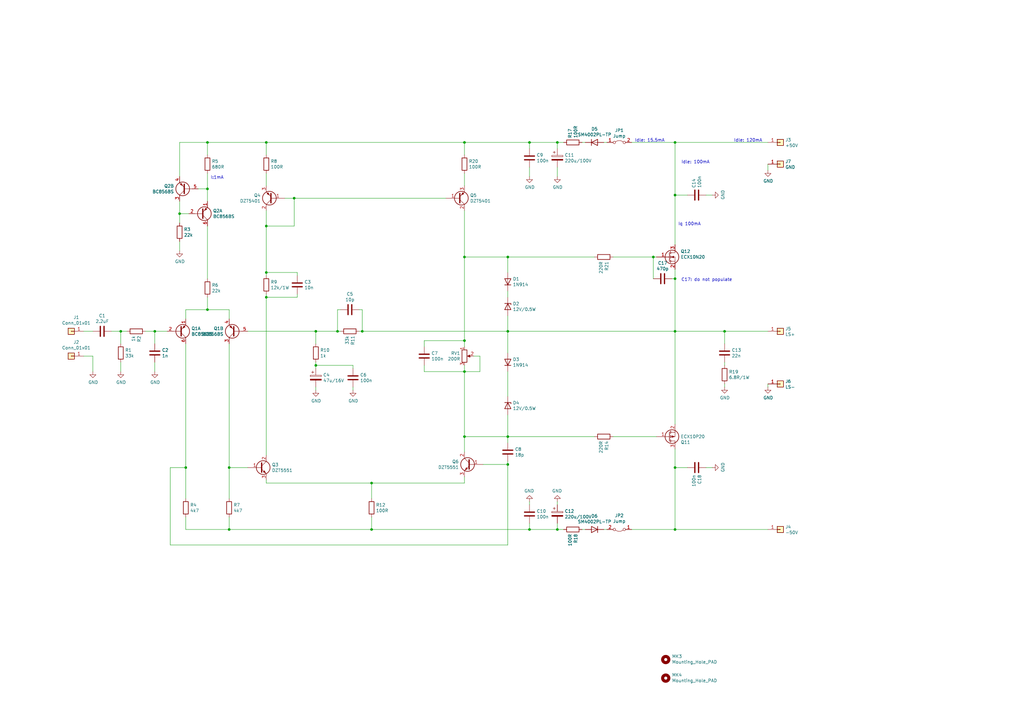
<source format=kicad_sch>
(kicad_sch (version 20211123) (generator eeschema)
  (paper "A3")
  (title_block (title "Lateral MOS FET 80W") (date "2022-01-03") (rev "V2"))
  (lib_symbols
    (symbol "Connector_Generic:Conn_01x01" (pin_names (offset 1.016) hide)
      (property "Reference" "J" (at 0 2.54 0))
      (property "Value" "Conn_01x01" (at 0 -2.54 0))
      (symbol "Conn_01x01_1_1"
        (rectangle (start -1.27 0.127) (end 0 -0.127) (stroke (width 0.1524)))
        (rectangle (start -1.27 1.27) (end 1.27 -1.27) (stroke (width 0.254)) (fill (type background)))
        (pin passive line (at -5.08 0 0) (length 3.81) (name "Pin_1") (number "1"))
      )
    )
    (symbol "Device:C" (pin_numbers hide) (pin_names (offset 0.254))
      (property "Reference" "C" (at 0.635 2.54 0))
      (property "Value" "C" (at 0.635 -2.54 0))
      (symbol "C_0_1"
        (polyline (pts (xy -2.032 -0.762) (xy 2.032 -0.762)) (stroke (width 0.508)))
        (polyline (pts (xy -2.032 0.762) (xy 2.032 0.762)) (stroke (width 0.508)))
      )
      (symbol "C_1_1"
        (pin passive line (at 0 3.81 270) (length 2.794) (name "~") (number "1"))
        (pin passive line (at 0 -3.81 90) (length 2.794) (name "~") (number "2"))
      )
    )
    (symbol "Device:CP" (pin_numbers hide) (pin_names (offset 0.254))
      (property "Reference" "C" (at 0.635 2.54 0))
      (property "Value" "Device_CP" (at 0.635 -2.54 0))
      (symbol "CP_0_1"
        (rectangle (start -2.286 0.508) (end 2.286 1.016))
        (polyline (pts (xy -1.778 2.286) (xy -0.762 2.286)))
        (polyline (pts (xy -1.27 2.794) (xy -1.27 1.778)))
        (rectangle (start 2.286 -0.508) (end -2.286 -1.016) (fill (type outline)))
      )
      (symbol "CP_1_1"
        (pin passive line (at 0 3.81 270) (length 2.794) (name "~") (number "1"))
        (pin passive line (at 0 -3.81 90) (length 2.794) (name "~") (number "2"))
      )
    )
    (symbol "Device:R" (pin_numbers hide) (pin_names (offset 0))
      (property "Reference" "R" (at 2.032 0 90))
      (property "Value" "R" (at 0 0 90))
      (symbol "R_0_1"
        (rectangle (start -1.016 -2.54) (end 1.016 2.54) (stroke (width 0.254)))
      )
      (symbol "R_1_1"
        (pin passive line (at 0 3.81 270) (length 1.27) (name "~") (number "1"))
        (pin passive line (at 0 -3.81 90) (length 1.27) (name "~") (number "2"))
      )
    )
    (symbol "Device:R_POT" (pin_names (offset 1.016) hide)
      (property "Reference" "RV" (at -4.445 0 90))
      (property "Value" "Device_R_POT" (at -2.54 0 90))
      (symbol "R_POT_0_1"
        (polyline (pts (xy 2.54 0) (xy 1.524 0)))
        (polyline (pts (xy 1.143 0) (xy 2.286 0.508) (xy 2.286 -0.508) (xy 1.143 0)) (fill (type outline)))
        (rectangle (start 1.016 2.54) (end -1.016 -2.54) (stroke (width 0.254)))
      )
      (symbol "R_POT_1_1"
        (pin passive line (at 0 3.81 270) (length 1.27) (name "1") (number "1"))
        (pin passive line (at 3.81 0 180) (length 1.27) (name "2") (number "2"))
        (pin passive line (at 0 -3.81 90) (length 1.27) (name "3") (number "3"))
      )
    )
    (symbol "Diode:1N4002" (pin_numbers hide) (pin_names (offset 1.016) hide)
      (property "Reference" "D" (at 0 2.54 0))
      (property "Value" "1N4002" (at 0 -2.54 0))
      (symbol "1N4002_0_1"
        (polyline (pts (xy -1.27 1.27) (xy -1.27 -1.27)) (stroke (width 0.254)))
        (polyline (pts (xy 1.27 0) (xy -1.27 0)))
        (polyline (pts (xy 1.27 1.27) (xy 1.27 -1.27) (xy -1.27 0) (xy 1.27 1.27)) (stroke (width 0.254)))
      )
      (symbol "1N4002_1_1"
        (pin passive line (at -3.81 0 0) (length 2.54) (name "K") (number "1"))
        (pin passive line (at 3.81 0 180) (length 2.54) (name "A") (number "2"))
      )
    )
    (symbol "Diode:1N4148" (pin_numbers hide) (pin_names (offset 1.016) hide)
      (property "Reference" "D" (at 0 2.54 0))
      (property "Value" "1N4148" (at 0 -2.54 0))
      (symbol "1N4148_0_1"
        (polyline (pts (xy -1.27 1.27) (xy -1.27 -1.27)) (stroke (width 0.254)))
        (polyline (pts (xy 1.27 0) (xy -1.27 0)))
        (polyline (pts (xy 1.27 1.27) (xy 1.27 -1.27) (xy -1.27 0) (xy 1.27 1.27)) (stroke (width 0.254)))
      )
      (symbol "1N4148_1_1"
        (pin passive line (at -3.81 0 0) (length 2.54) (name "K") (number "1"))
        (pin passive line (at 3.81 0 180) (length 2.54) (name "A") (number "2"))
      )
    )
    (symbol "Diode:ZPDxx" (pin_numbers hide) (pin_names (offset 1.016) hide)
      (property "Reference" "D" (at 0 2.54 0))
      (property "Value" "ZPDxx" (at 0 -2.54 0))
      (symbol "ZPDxx_0_1"
        (polyline (pts (xy 1.27 0) (xy -1.27 0)))
        (polyline (pts (xy -1.27 -1.27) (xy -1.27 1.27) (xy -0.762 1.27)) (stroke (width 0.254)))
        (polyline (pts (xy 1.27 -1.27) (xy 1.27 1.27) (xy -1.27 0) (xy 1.27 -1.27)) (stroke (width 0.254)))
      )
      (symbol "ZPDxx_1_1"
        (pin passive line (at -3.81 0 0) (length 2.54) (name "K") (number "1"))
        (pin passive line (at 3.81 0 180) (length 2.54) (name "A") (number "2"))
      )
    )
    (symbol "Jumper:Jumper_2_Bridged" (pin_names (offset 0) hide)
      (property "Reference" "JP" (at 0 1.905 0))
      (property "Value" "Jumper_2_Bridged" (at 0 -2.54 0))
      (symbol "Jumper_2_Bridged_0_0"
        (circle (center -2.032 0) (radius 0.508))
        (circle (center 2.032 0) (radius 0.508))
      )
      (symbol "Jumper_2_Bridged_0_1"
        (arc (start 1.524 0.254) (mid 0 0.762) (end -1.524 0.254))
      )
      (symbol "Jumper_2_Bridged_1_1"
        (pin passive line (at -5.08 0 0) (length 2.54) (name "A") (number "1"))
        (pin passive line (at 5.08 0 180) (length 2.54) (name "B") (number "2"))
      )
    )
    (symbol "Mechanical:MountingHole" (pin_names (offset 1.016))
      (property "Reference" "H" (at 0 5.08 0))
      (property "Value" "MountingHole" (at 0 3.175 0))
      (symbol "MountingHole_0_1"
        (circle (center 0 0) (radius 1.27) (stroke (width 1.27)))
      )
    )
    (symbol "Transistor_BJT:BC856BS" (pin_names (offset 0) hide)
      (property "Reference" "Q" (at 5.08 1.27 0))
      (property "Value" "BC856BS" (at 5.08 -1.27 0))
      (symbol "BC856BS_0_1"
        (polyline (pts (xy 0.635 0) (xy -2.54 0)))
        (polyline (pts (xy 0.635 0.635) (xy 2.54 2.54)))
        (polyline (pts (xy 0.635 -0.635) (xy 2.54 -2.54) (xy 2.54 -2.54)))
        (polyline (pts (xy 0.635 1.905) (xy 0.635 -1.905) (xy 0.635 -1.905)) (stroke (width 0.508)))
        (polyline (pts (xy 2.286 -1.778) (xy 1.778 -2.286) (xy 1.27 -1.27) (xy 2.286 -1.778) (xy 2.286 -1.778)) (fill (type outline)))
        (circle (center 1.27 0) (radius 2.8194) (stroke (width 0.254)))
      )
      (symbol "BC856BS_1_1"
        (pin passive line (at 2.54 -5.08 90) (length 2.54) (name "E1") (number "1"))
        (pin input line (at -5.08 0 0) (length 2.54) (name "B1") (number "2"))
        (pin passive line (at 2.54 5.08 270) (length 2.54) (name "C1") (number "6"))
      )
      (symbol "BC856BS_2_1"
        (pin passive line (at 2.54 5.08 270) (length 2.54) (name "C2") (number "3"))
        (pin passive line (at 2.54 -5.08 90) (length 2.54) (name "E2") (number "4"))
        (pin input line (at -5.08 0 0) (length 2.54) (name "B2") (number "5"))
      )
    )
    (symbol "kicad-snk:DZT5401" (pin_names (offset 0) hide)
      (property "Reference" "Q" (at 5.08 1.905 0))
      (property "Value" "kicad-snk_DZT5401" (at 5.08 0 0))
      (symbol "DZT5401_0_1"
        (polyline (pts (xy 0.635 0.635) (xy 2.54 2.54)))
        (polyline (pts (xy 0.635 -0.635) (xy 2.54 -2.54) (xy 2.54 -2.54)))
        (polyline (pts (xy 0.635 1.905) (xy 0.635 -1.905) (xy 0.635 -1.905)) (stroke (width 0.508)))
        (polyline (pts (xy 2.286 -1.778) (xy 1.778 -2.286) (xy 1.27 -1.27) (xy 2.286 -1.778) (xy 2.286 -1.778)) (fill (type outline)))
        (circle (center 1.27 0) (radius 2.8194) (stroke (width 0.254)))
      )
      (symbol "DZT5401_1_1"
        (pin input line (at -5.08 0 0) (length 5.715) (name "B") (number "1"))
        (pin passive line (at 2.54 5.08 270) (length 2.54) (name "C") (number "2"))
        (pin passive line (at 2.54 -5.08 90) (length 2.54) (name "E") (number "3"))
      )
    )
    (symbol "kicad-snk:DZT5551" (pin_names (offset 0) hide)
      (property "Reference" "Q" (at 5.08 1.905 0))
      (property "Value" "kicad-snk_DZT5551" (at 5.08 0 0))
      (symbol "DZT5551_0_1"
        (polyline (pts (xy 0.635 0.635) (xy 2.54 2.54)))
        (polyline (pts (xy 0.635 -0.635) (xy 2.54 -2.54) (xy 2.54 -2.54)))
        (polyline (pts (xy 0.635 1.905) (xy 0.635 -1.905) (xy 0.635 -1.905)) (stroke (width 0.508)))
        (polyline (pts (xy 1.27 -1.778) (xy 1.778 -1.27) (xy 2.286 -2.286) (xy 1.27 -1.778) (xy 1.27 -1.778)) (fill (type outline)))
        (circle (center 1.27 0) (radius 2.8194) (stroke (width 0.254)))
      )
      (symbol "DZT5551_1_1"
        (pin input line (at -5.08 0 0) (length 5.715) (name "B") (number "1"))
        (pin passive line (at 2.54 5.08 270) (length 2.54) (name "C") (number "2"))
        (pin passive line (at 2.54 -5.08 90) (length 2.54) (name "E") (number "3"))
      )
    )
    (symbol "kicad-snk:Q_NMOS_GSD" (pin_names (offset 0) hide)
      (property "Reference" "Q" (at 7.62 1.27 0))
      (property "Value" "kicad-snk_Q_NMOS_GSD" (at 16.51 -1.27 0))
      (symbol "Q_NMOS_GSD_0_1"
        (polyline (pts (xy 0.762 -1.778) (xy 2.54 -1.778)))
        (polyline (pts (xy 0.762 -1.27) (xy 0.762 -2.286)) (stroke (width 0.254)))
        (polyline (pts (xy 0.762 0) (xy 2.54 0)))
        (polyline (pts (xy 0.762 0.508) (xy 0.762 -0.508)) (stroke (width 0.254)))
        (polyline (pts (xy 0.762 1.778) (xy 2.54 1.778)))
        (polyline (pts (xy 0.762 2.286) (xy 0.762 1.27)) (stroke (width 0.254)))
        (polyline (pts (xy 2.54 -1.778) (xy 2.54 -2.54)))
        (polyline (pts (xy 2.54 -1.778) (xy 2.54 0)))
        (polyline (pts (xy 2.54 2.54) (xy 2.54 1.778)))
        (polyline (pts (xy 0.254 1.905) (xy 0.254 -1.905) (xy 0.254 -1.905)) (stroke (width 0.254)))
        (polyline (pts (xy 1.016 0) (xy 2.032 0.381) (xy 2.032 -0.381) (xy 1.016 0)) (fill (type outline)))
        (circle (center 1.27 0) (radius 2.8194) (stroke (width 0.254)))
      )
      (symbol "Q_NMOS_GSD_1_1"
        (pin input line (at -5.08 0 0) (length 5.334) (name "G") (number "1"))
        (pin passive line (at 2.54 -5.08 90) (length 2.54) (name "S") (number "2"))
        (pin passive line (at 2.54 5.08 270) (length 2.54) (name "D") (number "3"))
      )
    )
    (symbol "kicad-snk:Q_PMOS_GSD" (pin_names (offset 0) hide)
      (property "Reference" "Q" (at 7.62 1.27 0))
      (property "Value" "kicad-snk_Q_PMOS_GSD" (at 16.51 -1.27 0))
      (symbol "Q_PMOS_GSD_0_1"
        (polyline (pts (xy 0.762 -1.778) (xy 2.54 -1.778)))
        (polyline (pts (xy 0.762 -1.27) (xy 0.762 -2.286)) (stroke (width 0.254)))
        (polyline (pts (xy 0.762 0) (xy 2.54 0)))
        (polyline (pts (xy 0.762 0.508) (xy 0.762 -0.508)) (stroke (width 0.254)))
        (polyline (pts (xy 0.762 1.778) (xy 2.54 1.778)))
        (polyline (pts (xy 0.762 2.286) (xy 0.762 1.27)) (stroke (width 0.254)))
        (polyline (pts (xy 2.54 -1.778) (xy 2.54 -2.54)))
        (polyline (pts (xy 2.54 -1.778) (xy 2.54 0)))
        (polyline (pts (xy 2.54 2.54) (xy 2.54 1.778)))
        (polyline (pts (xy 0.254 1.905) (xy 0.254 -1.905) (xy 0.254 -1.905)) (stroke (width 0.254)))
        (polyline (pts (xy 2.286 0) (xy 1.27 -0.381) (xy 1.27 0.381) (xy 2.286 0)) (fill (type outline)))
        (circle (center 1.27 0) (radius 2.8194) (stroke (width 0.254)))
      )
      (symbol "Q_PMOS_GSD_1_1"
        (pin input line (at -5.08 0 0) (length 5.334) (name "G") (number "1"))
        (pin passive line (at 2.54 -5.08 90) (length 2.54) (name "D") (number "2"))
        (pin passive line (at 2.54 5.08 270) (length 2.54) (name "S") (number "3"))
      )
    )
    (symbol "power:GND" (power) (pin_names (offset 0))
      (property "Value" "GND" (at 0 -3.81 0))
      (symbol "GND_0_1"
        (polyline (pts (xy 0 0) (xy 0 -1.27) (xy 1.27 -1.27) (xy 0 -2.54) (xy -1.27 -1.27) (xy 0 -1.27)))
      )
      (symbol "GND_1_1"
        (pin power_in line (at 0 0 270) (length 0) hide (name "GND") (number "1"))
      )
    )
  )
  (junction (at 190.5 58.42))
  (junction (at 85.09 77.47))
  (junction (at 208.28 105.41))
  (junction (at 129.54 135.89))
  (junction (at 297.18 135.89))
  (junction (at 267.97 105.41))
  (junction (at 63.5 135.89))
  (junction (at 190.5 139.7))
  (junction (at 190.5 105.41))
  (junction (at 276.86 114.3))
  (junction (at 109.22 92.71))
  (junction (at 85.09 127))
  (junction (at 217.17 217.17))
  (junction (at 49.53 135.89))
  (junction (at 208.28 135.89))
  (junction (at 109.22 111.76))
  (junction (at 190.5 152.4))
  (junction (at 217.17 58.42))
  (junction (at 276.86 191.77))
  (junction (at 228.6 58.42))
  (junction (at 120.65 81.28))
  (junction (at 276.86 58.42))
  (junction (at 152.4 217.17))
  (junction (at 85.09 58.42))
  (junction (at 93.98 191.77))
  (junction (at 138.43 135.89))
  (junction (at 152.4 198.12))
  (junction (at 276.86 135.89))
  (junction (at 148.59 135.89))
  (junction (at 276.86 217.17))
  (junction (at 76.2 191.77))
  (junction (at 190.5 179.07))
  (junction (at 208.28 190.5))
  (junction (at 73.66 87.63))
  (junction (at 109.22 58.42))
  (junction (at 109.22 121.92))
  (junction (at 208.28 179.07))
  (junction (at 129.54 149.86))
  (junction (at 93.98 217.17))
  (junction (at 228.6 217.17))
  (junction (at 276.86 80.01))
  (wire (pts (xy 38.1 146.05) (xy 34.29 146.05)))
  (wire (pts (xy 196.85 152.4) (xy 196.85 146.05)))
  (wire (pts (xy 259.08 217.17) (xy 276.86 217.17)))
  (wire (pts (xy 138.43 127) (xy 138.43 135.89)))
  (wire (pts (xy 144.78 149.86) (xy 129.54 149.86)))
  (wire (pts (xy 109.22 196.85) (xy 109.22 198.12)))
  (wire (pts (xy 276.86 217.17) (xy 276.86 191.77)))
  (wire (pts (xy 208.28 179.07) (xy 190.5 179.07)))
  (wire (pts (xy 139.7 127) (xy 138.43 127)))
  (wire (pts (xy 144.78 151.13) (xy 144.78 149.86)))
  (wire (pts (xy 208.28 111.76) (xy 208.28 105.41)))
  (wire (pts (xy 93.98 140.97) (xy 93.98 191.77)))
  (wire (pts (xy 85.09 121.92) (xy 85.09 127)))
  (wire (pts (xy 217.17 58.42) (xy 217.17 60.96)))
  (wire (pts (xy 34.29 135.89) (xy 38.1 135.89)))
  (wire (pts (xy 208.28 135.89) (xy 208.28 129.54)))
  (wire (pts (xy 217.17 68.58) (xy 217.17 72.39)))
  (wire (pts (xy 281.94 80.01) (xy 276.86 80.01)))
  (wire (pts (xy 121.92 113.03) (xy 121.92 111.76)))
  (wire (pts (xy 281.94 191.77) (xy 276.86 191.77)))
  (wire (pts (xy 85.09 77.47) (xy 85.09 71.12)))
  (wire (pts (xy 68.58 135.89) (xy 63.5 135.89)))
  (wire (pts (xy 228.6 58.42) (xy 228.6 60.96)))
  (wire (pts (xy 276.86 100.33) (xy 276.86 80.01)))
  (wire (pts (xy 69.85 223.52) (xy 208.28 223.52)))
  (wire (pts (xy 129.54 149.86) (xy 129.54 148.59)))
  (wire (pts (xy 190.5 152.4) (xy 196.85 152.4)))
  (wire (pts (xy 276.86 114.3) (xy 276.86 135.89)))
  (wire (pts (xy 190.5 58.42) (xy 109.22 58.42)))
  (wire (pts (xy 69.85 191.77) (xy 69.85 223.52)))
  (wire (pts (xy 93.98 217.17) (xy 152.4 217.17)))
  (wire (pts (xy 240.03 58.42) (xy 238.76 58.42)))
  (wire (pts (xy 63.5 140.97) (xy 63.5 135.89)))
  (wire (pts (xy 251.46 179.07) (xy 269.24 179.07)))
  (wire (pts (xy 190.5 152.4) (xy 190.5 179.07)))
  (wire (pts (xy 109.22 92.71) (xy 109.22 86.36)))
  (wire (pts (xy 152.4 198.12) (xy 190.5 198.12)))
  (wire (pts (xy 81.28 77.47) (xy 85.09 77.47)))
  (wire (pts (xy 120.65 92.71) (xy 120.65 81.28)))
  (wire (pts (xy 109.22 63.5) (xy 109.22 58.42)))
  (wire (pts (xy 247.65 58.42) (xy 248.92 58.42)))
  (wire (pts (xy 76.2 130.81) (xy 76.2 127)))
  (wire (pts (xy 314.96 67.31) (xy 314.96 69.85)))
  (wire (pts (xy 190.5 142.24) (xy 190.5 139.7)))
  (wire (pts (xy 208.28 162.56) (xy 208.28 152.4)))
  (wire (pts (xy 76.2 127) (xy 85.09 127)))
  (wire (pts (xy 85.09 58.42) (xy 73.66 58.42)))
  (wire (pts (xy 276.86 80.01) (xy 276.86 58.42)))
  (wire (pts (xy 190.5 149.86) (xy 190.5 152.4)))
  (wire (pts (xy 190.5 76.2) (xy 190.5 71.12)))
  (wire (pts (xy 76.2 204.47) (xy 76.2 191.77)))
  (wire (pts (xy 109.22 121.92) (xy 109.22 120.65)))
  (wire (pts (xy 121.92 120.65) (xy 121.92 121.92)))
  (wire (pts (xy 217.17 217.17) (xy 152.4 217.17)))
  (wire (pts (xy 276.86 191.77) (xy 276.86 184.15)))
  (wire (pts (xy 208.28 105.41) (xy 243.84 105.41)))
  (wire (pts (xy 297.18 140.97) (xy 297.18 135.89)))
  (wire (pts (xy 63.5 152.4) (xy 63.5 148.59)))
  (wire (pts (xy 49.53 152.4) (xy 49.53 148.59)))
  (wire (pts (xy 85.09 82.55) (xy 85.09 77.47)))
  (wire (pts (xy 297.18 158.75) (xy 297.18 157.48)))
  (wire (pts (xy 129.54 135.89) (xy 101.6 135.89)))
  (wire (pts (xy 190.5 179.07) (xy 190.5 185.42)))
  (wire (pts (xy 109.22 76.2) (xy 109.22 71.12)))
  (wire (pts (xy 173.99 142.24) (xy 173.99 139.7)))
  (wire (pts (xy 267.97 105.41) (xy 251.46 105.41)))
  (wire (pts (xy 292.1 80.01) (xy 289.56 80.01)))
  (wire (pts (xy 228.6 217.17) (xy 217.17 217.17)))
  (wire (pts (xy 148.59 135.89) (xy 148.59 127)))
  (wire (pts (xy 259.08 58.42) (xy 276.86 58.42)))
  (wire (pts (xy 228.6 214.63) (xy 228.6 217.17)))
  (wire (pts (xy 73.66 82.55) (xy 73.66 87.63)))
  (wire (pts (xy 267.97 105.41) (xy 269.24 105.41)))
  (wire (pts (xy 297.18 149.86) (xy 297.18 148.59)))
  (wire (pts (xy 129.54 151.13) (xy 129.54 149.86)))
  (wire (pts (xy 144.78 160.02) (xy 144.78 158.75)))
  (wire (pts (xy 276.86 58.42) (xy 314.96 58.42)))
  (wire (pts (xy 49.53 140.97) (xy 49.53 135.89)))
  (wire (pts (xy 120.65 81.28) (xy 182.88 81.28)))
  (wire (pts (xy 152.4 217.17) (xy 152.4 212.09)))
  (wire (pts (xy 73.66 102.87) (xy 73.66 99.06)))
  (wire (pts (xy 248.92 217.17) (xy 247.65 217.17)))
  (wire (pts (xy 109.22 92.71) (xy 120.65 92.71)))
  (wire (pts (xy 85.09 63.5) (xy 85.09 58.42)))
  (wire (pts (xy 109.22 121.92) (xy 109.22 186.69)))
  (wire (pts (xy 314.96 135.89) (xy 297.18 135.89)))
  (wire (pts (xy 231.14 58.42) (xy 228.6 58.42)))
  (wire (pts (xy 198.12 190.5) (xy 208.28 190.5)))
  (wire (pts (xy 76.2 217.17) (xy 93.98 217.17)))
  (wire (pts (xy 109.22 198.12) (xy 152.4 198.12)))
  (wire (pts (xy 173.99 149.86) (xy 173.99 152.4)))
  (wire (pts (xy 109.22 58.42) (xy 85.09 58.42)))
  (wire (pts (xy 190.5 58.42) (xy 190.5 63.5)))
  (wire (pts (xy 276.86 114.3) (xy 276.86 110.49)))
  (wire (pts (xy 93.98 217.17) (xy 93.98 212.09)))
  (wire (pts (xy 85.09 127) (xy 93.98 127)))
  (wire (pts (xy 109.22 121.92) (xy 121.92 121.92)))
  (wire (pts (xy 267.97 114.3) (xy 267.97 105.41)))
  (wire (pts (xy 228.6 68.58) (xy 228.6 72.39)))
  (wire (pts (xy 73.66 87.63) (xy 73.66 91.44)))
  (wire (pts (xy 297.18 135.89) (xy 276.86 135.89)))
  (wire (pts (xy 45.72 135.89) (xy 49.53 135.89)))
  (wire (pts (xy 190.5 198.12) (xy 190.5 195.58)))
  (wire (pts (xy 109.22 111.76) (xy 121.92 111.76)))
  (wire (pts (xy 109.22 113.03) (xy 109.22 111.76)))
  (wire (pts (xy 217.17 207.01) (xy 217.17 205.74)))
  (wire (pts (xy 129.54 160.02) (xy 129.54 158.75)))
  (wire (pts (xy 208.28 179.07) (xy 208.28 170.18)))
  (wire (pts (xy 63.5 135.89) (xy 59.69 135.89)))
  (wire (pts (xy 292.1 191.77) (xy 289.56 191.77)))
  (wire (pts (xy 190.5 105.41) (xy 190.5 86.36)))
  (wire (pts (xy 148.59 135.89) (xy 208.28 135.89)))
  (wire (pts (xy 173.99 152.4) (xy 190.5 152.4)))
  (wire (pts (xy 116.84 81.28) (xy 120.65 81.28)))
  (wire (pts (xy 76.2 212.09) (xy 76.2 217.17)))
  (wire (pts (xy 194.31 146.05) (xy 196.85 146.05)))
  (wire (pts (xy 190.5 139.7) (xy 190.5 105.41)))
  (wire (pts (xy 93.98 127) (xy 93.98 130.81)))
  (wire (pts (xy 93.98 204.47) (xy 93.98 191.77)))
  (wire (pts (xy 208.28 190.5) (xy 208.28 189.23)))
  (wire (pts (xy 240.03 217.17) (xy 238.76 217.17)))
  (wire (pts (xy 276.86 217.17) (xy 314.96 217.17)))
  (wire (pts (xy 228.6 205.74) (xy 228.6 207.01)))
  (wire (pts (xy 73.66 58.42) (xy 73.66 72.39)))
  (wire (pts (xy 190.5 105.41) (xy 208.28 105.41)))
  (wire (pts (xy 77.47 87.63) (xy 73.66 87.63)))
  (wire (pts (xy 52.07 135.89) (xy 49.53 135.89)))
  (wire (pts (xy 38.1 152.4) (xy 38.1 146.05)))
  (wire (pts (xy 109.22 111.76) (xy 109.22 92.71)))
  (wire (pts (xy 138.43 135.89) (xy 129.54 135.89)))
  (wire (pts (xy 147.32 135.89) (xy 148.59 135.89)))
  (wire (pts (xy 208.28 144.78) (xy 208.28 135.89)))
  (wire (pts (xy 139.7 135.89) (xy 138.43 135.89)))
  (wire (pts (xy 76.2 140.97) (xy 76.2 191.77)))
  (wire (pts (xy 148.59 127) (xy 147.32 127)))
  (wire (pts (xy 76.2 191.77) (xy 69.85 191.77)))
  (wire (pts (xy 173.99 139.7) (xy 190.5 139.7)))
  (wire (pts (xy 275.59 114.3) (xy 276.86 114.3)))
  (wire (pts (xy 217.17 214.63) (xy 217.17 217.17)))
  (wire (pts (xy 217.17 58.42) (xy 190.5 58.42)))
  (wire (pts (xy 208.28 135.89) (xy 276.86 135.89)))
  (wire (pts (xy 208.28 121.92) (xy 208.28 119.38)))
  (wire (pts (xy 208.28 179.07) (xy 243.84 179.07)))
  (wire (pts (xy 129.54 140.97) (xy 129.54 135.89)))
  (wire (pts (xy 228.6 58.42) (xy 217.17 58.42)))
  (wire (pts (xy 208.28 223.52) (xy 208.28 190.5)))
  (wire (pts (xy 152.4 204.47) (xy 152.4 198.12)))
  (wire (pts (xy 231.14 217.17) (xy 228.6 217.17)))
  (wire (pts (xy 208.28 181.61) (xy 208.28 179.07)))
  (wire (pts (xy 276.86 135.89) (xy 276.86 173.99)))
  (wire (pts (xy 85.09 114.3) (xy 85.09 92.71)))
  (wire (pts (xy 314.96 158.75) (xy 314.96 157.48)))
  (wire (pts (xy 101.6 191.77) (xy 93.98 191.77)))
  (text "Idle: 100mA" (at 279.4 67.31 0) (effects (font (size 1.27 1.27)) (justify left bottom)))
  (text "Iq 100mA" (at 278.13 92.71 0) (effects (font (size 1.27 1.27)) (justify left bottom)))
  (text "Idle: 15.5mA" (at 260.35 58.42 0) (effects (font (size 1.27 1.27)) (justify left bottom)))
  (text "C17: do not populate" (at 279.4 115.57 0) (effects (font (size 1.27 1.27)) (justify left bottom)))
  (text "Idle: 120mA" (at 300.99 58.42 0) (effects (font (size 1.27 1.27)) (justify left bottom)))
  (text "I:1mA" (at 86.36 73.66 0) (effects (font (size 1.27 1.27)) (justify left bottom)))
  (symbol (lib_id "Device:R") (at 55.88 135.89 270) (unit 1)
    (property "Reference" "R2" (at 57.0484 137.668 0) (effects (justify left)))
    (property "Value" "1k" (at 54.737 137.668 0) (effects (justify left)))
    (property "Footprint" "Resistor_SMD:R_0805_2012Metric_Pad1.20x1.40mm_HandSolder" (effects hide))
  )
  (symbol (lib_id "Device:C") (at 63.5 144.78 0) (unit 1)
    (property "Reference" "C2" (at 66.421 143.6116 0) (effects (justify left)))
    (property "Value" "1n" (at 66.421 145.923 0) (effects (justify left)))
    (property "Footprint" "Capacitor_THT:C_Rect_L7.2mm_W2.5mm_P5.00mm_FKS2_FKP2_MKS2_MKP2" (effects hide))
  )
  (symbol (lib_id "Device:C") (at 41.91 135.89 270) (unit 1)
    (property "Reference" "C1" (at 41.91 129.4892 90))
    (property "Value" "2.2uF" (at 41.91 131.8006 90))
    (property "Footprint" "Capacitor_THT:C_Rect_L7.2mm_W7.2mm_P5.00mm_FKS2_FKP2_MKS2_MKP2" (effects hide))
  )
  (symbol (lib_id "power:GND") (at 49.53 152.4 0) (unit 1)
    (property "Reference" "#PWR0101" (effects hide))
    (property "Value" "GND" (at 49.657 156.7942 0))
  )
  (symbol (lib_id "Device:R") (at 49.53 144.78 0) (unit 1)
    (property "Reference" "R1" (at 51.308 143.6116 0) (effects (justify left)))
    (property "Value" "33k" (at 51.308 145.923 0) (effects (justify left)))
    (property "Footprint" "Resistor_SMD:R_0805_2012Metric_Pad1.20x1.40mm_HandSolder" (effects hide))
  )
  (symbol (lib_id "power:GND") (at 38.1 152.4 0) (unit 1)
    (property "Reference" "#PWR0102" (effects hide))
    (property "Value" "GND" (at 38.227 156.7942 0))
  )
  (symbol (lib_id "Connector_Generic:Conn_01x01") (at 29.21 135.89 180) (unit 1)
    (property "Reference" "J1" (at 31.2928 130.175 0))
    (property "Value" "Conn_01x01" (at 31.2928 132.4864 0))
    (property "Footprint" "Connector_Pin:Pin_D1.0mm_L10.0mm" (effects hide))
  )
  (symbol (lib_id "Connector_Generic:Conn_01x01") (at 29.21 146.05 180) (unit 1)
    (property "Reference" "J2" (at 31.2928 140.335 0))
    (property "Value" "Conn_01x01" (at 31.2928 142.6464 0))
    (property "Footprint" "Connector_Pin:Pin_D1.0mm_L10.0mm" (effects hide))
  )
  (symbol (lib_id "Device:R") (at 85.09 118.11 0) (unit 1)
    (property "Reference" "R6" (at 86.868 116.9416 0) (effects (justify left)))
    (property "Value" "22k" (at 86.868 119.253 0) (effects (justify left)))
    (property "Footprint" "Resistor_SMD:R_0805_2012Metric_Pad1.20x1.40mm_HandSolder" (effects hide))
  )
  (symbol (lib_id "Device:R") (at 73.66 95.25 0) (unit 1)
    (property "Reference" "R3" (at 75.438 94.0816 0) (effects (justify left)))
    (property "Value" "22k" (at 75.438 96.393 0) (effects (justify left)))
    (property "Footprint" "Resistor_SMD:R_0805_2012Metric_Pad1.20x1.40mm_HandSolder" (effects hide))
  )
  (symbol (lib_id "power:GND") (at 73.66 102.87 0) (unit 1)
    (property "Reference" "#PWR0103" (effects hide))
    (property "Value" "GND" (at 73.787 107.2642 0))
  )
  (symbol (lib_id "Jumper:Jumper_2_Bridged") (at 254 58.42 0) (unit 1)
    (property "Reference" "JP1" (at 254 53.467 0))
    (property "Value" "Jump" (at 254 55.7784 0))
    (property "Footprint" "Connector_PinHeader_2.54mm:PinHeader_1x02_P2.54mm_Vertical" (effects hide))
  )
  (symbol (lib_id "Device:R") (at 85.09 67.31 0) (unit 1)
    (property "Reference" "R5" (at 86.868 66.1416 0) (effects (justify left)))
    (property "Value" "680R" (at 86.868 68.453 0) (effects (justify left)))
    (property "Footprint" "Resistor_SMD:R_0805_2012Metric_Pad1.20x1.40mm_HandSolder" (effects hide))
  )
  (symbol (lib_id "Jumper:Jumper_2_Bridged") (at 254 217.17 180) (unit 1)
    (property "Reference" "JP2" (at 254 211.455 0))
    (property "Value" "Jump" (at 254 213.7664 0))
    (property "Footprint" "Connector_PinHeader_2.54mm:PinHeader_1x02_P2.54mm_Vertical" (effects hide))
  )
  (symbol (lib_id "Device:R") (at 109.22 67.31 0) (unit 1)
    (property "Reference" "R8" (at 110.998 66.1416 0) (effects (justify left)))
    (property "Value" "100R" (at 110.998 68.453 0) (effects (justify left)))
    (property "Footprint" "Resistor_SMD:R_0805_2012Metric_Pad1.20x1.40mm_HandSolder" (effects hide))
  )
  (symbol (lib_id "Device:CP") (at 129.54 154.94 0) (unit 1)
    (property "Reference" "C4" (at 132.5372 153.7716 0) (effects (justify left)))
    (property "Value" "47u/16V" (at 132.5372 156.083 0) (effects (justify left)))
    (property "Footprint" "Capacitor_THT:CP_Radial_D5.0mm_P2.00mm" (effects hide))
  )
  (symbol (lib_id "Device:C") (at 144.78 154.94 0) (unit 1)
    (property "Reference" "C6" (at 147.701 153.7716 0) (effects (justify left)))
    (property "Value" "100n" (at 147.701 156.083 0) (effects (justify left)))
    (property "Footprint" "Capacitor_THT:C_Rect_L7.2mm_W2.5mm_P5.00mm_FKS2_FKP2_MKS2_MKP2" (effects hide))
  )
  (symbol (lib_id "Device:R") (at 129.54 144.78 0) (unit 1)
    (property "Reference" "R10" (at 131.318 143.6116 0) (effects (justify left)))
    (property "Value" "1k" (at 131.318 145.923 0) (effects (justify left)))
    (property "Footprint" "Resistor_SMD:R_0805_2012Metric_Pad1.20x1.40mm_HandSolder" (effects hide))
  )
  (symbol (lib_id "Device:R") (at 93.98 208.28 0) (unit 1)
    (property "Reference" "R7" (at 95.758 207.1116 0) (effects (justify left)))
    (property "Value" "4k7" (at 95.758 209.423 0) (effects (justify left)))
    (property "Footprint" "Resistor_SMD:R_0805_2012Metric_Pad1.20x1.40mm_HandSolder" (effects hide))
  )
  (symbol (lib_id "Device:R") (at 76.2 208.28 0) (unit 1)
    (property "Reference" "R4" (at 77.978 207.1116 0) (effects (justify left)))
    (property "Value" "4k7" (at 77.978 209.423 0) (effects (justify left)))
    (property "Footprint" "Resistor_SMD:R_0805_2012Metric_Pad1.20x1.40mm_HandSolder" (effects hide))
  )
  (symbol (lib_id "power:GND") (at 63.5 152.4 0) (unit 1)
    (property "Reference" "#PWR0104" (effects hide))
    (property "Value" "GND" (at 63.627 156.7942 0))
  )
  (symbol (lib_id "Device:R") (at 109.22 116.84 0) (unit 1)
    (property "Reference" "R9" (at 110.998 115.6716 0) (effects (justify left)))
    (property "Value" "12k/1W" (at 110.998 117.983 0) (effects (justify left)))
    (property "Footprint" "Resistor_SMD:R_1206_3216Metric_Pad1.30x1.75mm_HandSolder" (effects hide))
  )
  (symbol (lib_id "Device:R") (at 143.51 135.89 270) (unit 1)
    (property "Reference" "R11" (at 144.6784 137.668 0) (effects (justify left)))
    (property "Value" "33k" (at 142.367 137.668 0) (effects (justify left)))
    (property "Footprint" "Resistor_SMD:R_0805_2012Metric_Pad1.20x1.40mm_HandSolder" (effects hide))
  )
  (symbol (lib_id "Device:C") (at 143.51 127 270) (unit 1)
    (property "Reference" "C5" (at 143.51 120.5992 90))
    (property "Value" "10p" (at 143.51 122.9106 90))
    (property "Footprint" "Capacitor_SMD:C_0805_2012Metric_Pad1.18x1.45mm_HandSolder" (effects hide))
  )
  (symbol (lib_id "Device:C") (at 121.92 116.84 0) (unit 1)
    (property "Reference" "C3" (at 124.841 115.6716 0) (effects (justify left)))
    (property "Value" "10n" (at 124.841 117.983 0) (effects (justify left)))
    (property "Footprint" "Capacitor_THT:C_Rect_L7.2mm_W2.5mm_P5.00mm_FKS2_FKP2_MKS2_MKP2" (effects hide))
  )
  (symbol (lib_id "Connector_Generic:Conn_01x01") (at 320.04 58.42 0) (unit 1)
    (property "Reference" "J3" (at 322.072 57.3532 0) (effects (justify left)))
    (property "Value" "+50V" (at 322.072 59.6646 0) (effects (justify left)))
    (property "Footprint" "Connector_Wire:SolderWire-1.5sqmm_1x01_D1.7mm_OD3.9mm" (effects hide))
  )
  (symbol (lib_id "Connector_Generic:Conn_01x01") (at 320.04 217.17 0) (unit 1)
    (property "Reference" "J4" (at 322.072 216.1032 0) (effects (justify left)))
    (property "Value" "-50V" (at 322.072 218.4146 0) (effects (justify left)))
    (property "Footprint" "Connector_Wire:SolderWire-1.5sqmm_1x01_D1.7mm_OD3.9mm" (effects hide))
  )
  (symbol (lib_id "power:GND") (at 297.18 158.75 0) (unit 1)
    (property "Reference" "#PWR0109" (effects hide))
    (property "Value" "GND" (at 297.307 163.1442 0))
  )
  (symbol (lib_id "Connector_Generic:Conn_01x01") (at 320.04 157.48 0) (unit 1)
    (property "Reference" "J6" (at 322.072 156.4132 0) (effects (justify left)))
    (property "Value" "LS-" (at 322.072 158.7246 0) (effects (justify left)))
    (property "Footprint" "Connector_Wire:SolderWire-1.5sqmm_1x01_D1.7mm_OD3.9mm" (effects hide))
  )
  (symbol (lib_id "Connector_Generic:Conn_01x01") (at 320.04 135.89 0) (unit 1)
    (property "Reference" "J5" (at 322.072 134.8232 0) (effects (justify left)))
    (property "Value" "LS+" (at 322.072 137.1346 0) (effects (justify left)))
    (property "Footprint" "Connector_Wire:SolderWire-1.5sqmm_1x01_D1.7mm_OD3.9mm" (effects hide))
  )
  (symbol (lib_id "power:GND") (at 314.96 158.75 0) (unit 1)
    (property "Reference" "#PWR0110" (effects hide))
    (property "Value" "GND" (at 315.087 163.1442 0))
  )
  (symbol (lib_id "Device:R_POT") (at 190.5 146.05 0) (unit 1)
    (property "Reference" "RV1" (at 188.7474 144.8816 0) (effects (justify right)))
    (property "Value" "200R" (at 188.7474 147.193 0) (effects (justify right)))
    (property "Footprint" "Potentiometer_THT:Potentiometer_Bourns_3296W_Vertical" (effects hide))
  )
  (symbol (lib_id "Device:C") (at 173.99 146.05 180) (unit 1)
    (property "Reference" "C7" (at 176.911 144.8816 0) (effects (justify right)))
    (property "Value" "100n" (at 176.911 147.193 0) (effects (justify right)))
    (property "Footprint" "Capacitor_THT:C_Rect_L7.2mm_W2.5mm_P5.00mm_FKS2_FKP2_MKS2_MKP2" (effects hide))
  )
  (symbol (lib_id "Device:R") (at 152.4 208.28 0) (unit 1)
    (property "Reference" "R12" (at 154.178 207.1116 0) (effects (justify left)))
    (property "Value" "100R" (at 154.178 209.423 0) (effects (justify left)))
    (property "Footprint" "Resistor_SMD:R_0805_2012Metric_Pad1.20x1.40mm_HandSolder" (effects hide))
  )
  (symbol (lib_id "Diode:1N4148") (at 208.28 115.57 90) (unit 1)
    (property "Reference" "D1" (at 210.312 114.4016 90) (effects (justify right)))
    (property "Value" "1N914" (at 210.312 116.713 90) (effects (justify right)))
    (property "Footprint" "Diode_SMD:D_SOD-123" (effects hide))
    (property "Datasheet" "https://assets.nexperia.com/documents/data-sheet/1N4148_1N4448.pdf" (effects hide))
  )
  (symbol (lib_id "Diode:ZPDxx") (at 208.28 125.73 270) (unit 1)
    (property "Reference" "D2" (at 210.312 124.5616 90) (effects (justify left)))
    (property "Value" "12V/0.5W" (at 210.312 126.873 90) (effects (justify left)))
    (property "Footprint" "Diode_SMD:D_SOD-123" (effects hide))
    (property "Datasheet" "http://diotec.com/tl_files/diotec/files/pdf/datasheets/zpd1" (effects hide))
  )
  (symbol (lib_id "Diode:1N4148") (at 208.28 148.59 90) (unit 1)
    (property "Reference" "D3" (at 210.312 147.4216 90) (effects (justify right)))
    (property "Value" "1N914" (at 210.312 149.733 90) (effects (justify right)))
    (property "Footprint" "Diode_SMD:D_SOD-123" (effects hide))
    (property "Datasheet" "https://assets.nexperia.com/documents/data-sheet/1N4148_1N4448.pdf" (effects hide))
  )
  (symbol (lib_id "Diode:ZPDxx") (at 208.28 166.37 270) (unit 1)
    (property "Reference" "D4" (at 210.312 165.2016 90) (effects (justify left)))
    (property "Value" "12V/0.5W" (at 210.312 167.513 90) (effects (justify left)))
    (property "Footprint" "Diode_SMD:D_SOD-123" (effects hide))
    (property "Datasheet" "http://diotec.com/tl_files/diotec/files/pdf/datasheets/zpd1" (effects hide))
  )
  (symbol (lib_id "Device:C") (at 208.28 185.42 180) (unit 1)
    (property "Reference" "C8" (at 211.201 184.2516 0) (effects (justify right)))
    (property "Value" "18p" (at 211.201 186.563 0) (effects (justify right)))
    (property "Footprint" "Capacitor_SMD:C_0805_2012Metric_Pad1.18x1.45mm_HandSolder" (effects hide))
  )
  (symbol (lib_id "Device:R") (at 247.65 179.07 270) (unit 1)
    (property "Reference" "R14" (at 248.8184 180.848 0) (effects (justify left)))
    (property "Value" "220R" (at 246.507 180.848 0) (effects (justify left)))
    (property "Footprint" "Resistor_SMD:R_0805_2012Metric_Pad1.20x1.40mm_HandSolder" (effects hide))
  )
  (symbol (lib_id "kicad-snk:Q_PMOS_GSD") (at 274.32 179.07 0) (mirror x) (unit 1)
    (property "Reference" "Q11" (at 279.1714 181.3814 0) (effects (justify left)))
    (property "Value" "ECX10P20" (at 279.1714 179.07 0) (effects (justify left)))
    (property "Footprint" "Package_TO_SOT_THT:TO-247-3_Horizontal_TabUp" (effects hide))
  )
  (symbol (lib_id "Connector_Generic:Conn_01x01") (at 320.04 67.31 0) (unit 1)
    (property "Reference" "J7" (at 322.072 66.2432 0) (effects (justify left)))
    (property "Value" "GND" (at 322.072 68.5546 0) (effects (justify left)))
    (property "Footprint" "Connector_Wire:SolderWire-1.5sqmm_1x01_D1.7mm_OD3.9mm" (effects hide))
  )
  (symbol (lib_id "Device:R") (at 297.18 153.67 0) (unit 1)
    (property "Reference" "R19" (at 298.958 152.5016 0) (effects (justify left)))
    (property "Value" "6.8R/1W" (at 298.958 154.813 0) (effects (justify left)))
    (property "Footprint" "Resistor_SMD:R_MELF_MMB-0207" (effects hide))
  )
  (symbol (lib_id "power:GND") (at 314.96 69.85 0) (unit 1)
    (property "Reference" "#PWR0111" (effects hide))
    (property "Value" "GND" (at 315.087 74.2442 0))
  )
  (symbol (lib_id "Device:C") (at 297.18 144.78 0) (unit 1)
    (property "Reference" "C13" (at 300.101 143.6116 0) (effects (justify left)))
    (property "Value" "22n" (at 300.101 145.923 0) (effects (justify left)))
    (property "Footprint" "Capacitor_THT:C_Rect_L7.2mm_W2.5mm_P5.00mm_FKS2_FKP2_MKS2_MKP2" (effects hide))
  )
  (symbol (lib_id "Device:CP") (at 228.6 64.77 0) (unit 1)
    (property "Reference" "C11" (at 231.5972 63.6016 0) (effects (justify left)))
    (property "Value" "220u/100V" (at 231.5972 65.913 0) (effects (justify left)))
    (property "Footprint" "Capacitor_THT:CP_Radial_D12.5mm_P5.00mm" (effects hide))
  )
  (symbol (lib_id "Device:C") (at 217.17 64.77 0) (unit 1)
    (property "Reference" "C9" (at 220.091 63.6016 0) (effects (justify left)))
    (property "Value" "100n" (at 220.091 65.913 0) (effects (justify left)))
    (property "Footprint" "Capacitor_THT:C_Rect_L7.2mm_W2.5mm_P5.00mm_FKS2_FKP2_MKS2_MKP2" (effects hide))
  )
  (symbol (lib_id "Diode:1N4002") (at 243.84 58.42 0) (unit 1)
    (property "Reference" "D5" (at 243.84 52.9082 0))
    (property "Value" "SM4002PL-TP" (at 243.84 55.2196 0))
    (property "Footprint" "Diode_SMD:D_SOD-123F" (effects hide))
    (property "Datasheet" "http://www.vishay.com/docs/88503/1n4001.pdf" (effects hide))
  )
  (symbol (lib_id "Device:R") (at 234.95 58.42 90) (unit 1)
    (property "Reference" "R17" (at 233.7816 56.642 0) (effects (justify left)))
    (property "Value" "100R" (at 236.093 56.642 0) (effects (justify left)))
    (property "Footprint" "Resistor_SMD:R_0805_2012Metric_Pad1.20x1.40mm_HandSolder" (effects hide))
  )
  (symbol (lib_id "Device:CP") (at 228.6 210.82 0) (unit 1)
    (property "Reference" "C12" (at 231.5972 209.6516 0) (effects (justify left)))
    (property "Value" "220u/100V" (at 231.5972 211.963 0) (effects (justify left)))
    (property "Footprint" "Capacitor_THT:CP_Radial_D12.5mm_P5.00mm" (effects hide))
  )
  (symbol (lib_id "Device:C") (at 217.17 210.82 0) (unit 1)
    (property "Reference" "C10" (at 220.091 209.6516 0) (effects (justify left)))
    (property "Value" "100n" (at 220.091 211.963 0) (effects (justify left)))
    (property "Footprint" "Capacitor_THT:C_Rect_L7.2mm_W2.5mm_P5.00mm_FKS2_FKP2_MKS2_MKP2" (effects hide))
  )
  (symbol (lib_id "Mechanical:MountingHole") (at 273.05 270.51 0) (unit 1)
    (property "Reference" "MK3" (at 275.59 269.2146 0) (effects (justify left)))
    (property "Value" "Mounting_Hole_PAD" (at 275.59 271.526 0) (effects (justify left)))
    (property "Footprint" "MountingHole:MountingHole_3.2mm_M3_Pad_Via" (effects hide))
  )
  (symbol (lib_id "Mechanical:MountingHole") (at 273.05 278.13 0) (unit 1)
    (property "Reference" "MK4" (at 275.59 276.8346 0) (effects (justify left)))
    (property "Value" "Mounting_Hole_PAD" (at 275.59 279.146 0) (effects (justify left)))
    (property "Footprint" "MountingHole:MountingHole_3.2mm_M3_Pad_Via" (effects hide))
  )
  (symbol (lib_id "Device:R") (at 234.95 217.17 270) (unit 1)
    (property "Reference" "R18" (at 236.1184 218.948 0) (effects (justify left)))
    (property "Value" "100R" (at 233.807 218.948 0) (effects (justify left)))
    (property "Footprint" "Resistor_SMD:R_0805_2012Metric_Pad1.20x1.40mm_HandSolder" (effects hide))
  )
  (symbol (lib_id "Diode:1N4002") (at 243.84 217.17 180) (unit 1)
    (property "Reference" "D6" (at 243.84 211.6582 0))
    (property "Value" "SM4002PL-TP" (at 243.84 213.9696 0))
    (property "Footprint" "Diode_SMD:D_SOD-123F" (effects hide))
    (property "Datasheet" "http://www.vishay.com/docs/88503/1n4001.pdf" (effects hide))
  )
  (symbol (lib_id "power:GND") (at 217.17 72.39 0) (unit 1)
    (property "Reference" "#PWR0112" (effects hide))
    (property "Value" "GND" (at 217.297 76.7842 0))
  )
  (symbol (lib_id "power:GND") (at 228.6 72.39 0) (unit 1)
    (property "Reference" "#PWR0113" (effects hide))
    (property "Value" "GND" (at 228.727 76.7842 0))
  )
  (symbol (lib_id "Device:R") (at 247.65 105.41 270) (unit 1)
    (property "Reference" "R21" (at 248.8184 107.188 0) (effects (justify left)))
    (property "Value" "220R" (at 246.507 107.188 0) (effects (justify left)))
    (property "Footprint" "Resistor_SMD:R_0805_2012Metric_Pad1.20x1.40mm_HandSolder" (effects hide))
  )
  (symbol (lib_id "kicad-snk:Q_NMOS_GSD") (at 274.32 105.41 0) (unit 1)
    (property "Reference" "Q12" (at 279.1714 103.0986 0) (effects (justify left)))
    (property "Value" "ECX10N20" (at 279.1714 105.41 0) (effects (justify left)))
    (property "Footprint" "Package_TO_SOT_THT:TO-247-3_Horizontal_TabUp" (effects hide))
  )
  (symbol (lib_id "Device:C") (at 271.78 114.3 270) (unit 1)
    (property "Reference" "C17" (at 271.78 107.8992 90))
    (property "Value" "470p" (at 271.78 110.2106 90))
    (property "Footprint" "Capacitor_SMD:C_0805_2012Metric_Pad1.18x1.45mm_HandSolder" (effects hide))
  )
  (symbol (lib_id "Device:R") (at 190.5 67.31 0) (unit 1)
    (property "Reference" "R20" (at 192.278 66.1416 0) (effects (justify left)))
    (property "Value" "100R" (at 192.278 68.453 0) (effects (justify left)))
    (property "Footprint" "Resistor_SMD:R_0805_2012Metric_Pad1.20x1.40mm_HandSolder" (effects hide))
  )
  (symbol (lib_id "power:GND") (at 129.54 160.02 0) (unit 1)
    (property "Reference" "#PWR0105" (effects hide))
    (property "Value" "GND" (at 129.667 164.4142 0))
  )
  (symbol (lib_id "power:GND") (at 144.78 160.02 0) (unit 1)
    (property "Reference" "#PWR0106" (effects hide))
    (property "Value" "GND" (at 144.907 164.4142 0))
  )
  (symbol (lib_id "Device:C") (at 285.75 191.77 270) (unit 1)
    (property "Reference" "C18" (at 286.9184 194.691 0) (effects (justify left)))
    (property "Value" "100n" (at 284.607 194.691 0) (effects (justify left)))
    (property "Footprint" "Capacitor_THT:C_Rect_L7.2mm_W2.5mm_P5.00mm_FKS2_FKP2_MKS2_MKP2" (effects hide))
  )
  (symbol (lib_id "Device:C") (at 285.75 80.01 90) (unit 1)
    (property "Reference" "C14" (at 284.5816 77.089 0) (effects (justify left)))
    (property "Value" "100n" (at 286.893 77.089 0) (effects (justify left)))
    (property "Footprint" "Capacitor_THT:C_Rect_L7.2mm_W2.5mm_P5.00mm_FKS2_FKP2_MKS2_MKP2" (effects hide))
  )
  (symbol (lib_id "power:GND") (at 292.1 191.77 90) (unit 1)
    (property "Reference" "#PWR0114" (effects hide))
    (property "Value" "GND" (at 296.4942 191.643 0))
  )
  (symbol (lib_id "power:GND") (at 292.1 80.01 90) (unit 1)
    (property "Reference" "#PWR0115" (effects hide))
    (property "Value" "GND" (at 296.4942 79.883 0))
  )
  (symbol (lib_id "power:GND") (at 217.17 205.74 180) (unit 1)
    (property "Reference" "#PWR0107" (effects hide))
    (property "Value" "GND" (at 217.043 201.3458 0))
  )
  (symbol (lib_id "power:GND") (at 228.6 205.74 180) (unit 1)
    (property "Reference" "#PWR0108" (effects hide))
    (property "Value" "GND" (at 228.473 201.3458 0))
  )
  (symbol (lib_id "Transistor_BJT:BC856BS") (at 73.66 135.89 0) (mirror x) (unit 1)
    (property "Reference" "Q1" (at 78.486 134.7216 0) (effects (justify left)))
    (property "Value" "BC856BS" (at 78.486 137.033 0) (effects (justify left)))
    (property "Footprint" "Package_TO_SOT_SMD:SOT-363_SC-70-6" (effects hide))
    (property "Datasheet" "https://assets.nexperia.com/documents/data-sheet/BC856BS.pdf" (effects hide))
  )
  (symbol (lib_id "Transistor_BJT:BC856BS") (at 96.52 135.89 180) (unit 2)
    (property "Reference" "Q1" (at 91.6686 134.7216 0) (effects (justify left)))
    (property "Value" "BC856BS" (at 91.6686 137.033 0) (effects (justify left)))
    (property "Footprint" "Package_TO_SOT_SMD:SOT-363_SC-70-6" (effects hide))
    (property "Datasheet" "https://assets.nexperia.com/documents/data-sheet/BC856BS.pdf" (effects hide))
  )
  (symbol (lib_id "Transistor_BJT:BC856BS") (at 82.55 87.63 0) (mirror x) (unit 1)
    (property "Reference" "Q2" (at 87.376 86.4616 0) (effects (justify left)))
    (property "Value" "BC856BS" (at 87.376 88.773 0) (effects (justify left)))
    (property "Footprint" "Package_TO_SOT_SMD:SOT-363_SC-70-6" (effects hide))
    (property "Datasheet" "https://assets.nexperia.com/documents/data-sheet/BC856BS.pdf" (effects hide))
  )
  (symbol (lib_id "Transistor_BJT:BC856BS") (at 76.2 77.47 180) (unit 2)
    (property "Reference" "Q2" (at 71.3486 76.3016 0) (effects (justify left)))
    (property "Value" "BC856BS" (at 71.3486 78.613 0) (effects (justify left)))
    (property "Footprint" "Package_TO_SOT_SMD:SOT-363_SC-70-6" (effects hide))
    (property "Datasheet" "https://assets.nexperia.com/documents/data-sheet/BC856BS.pdf" (effects hide))
  )
  (symbol (lib_id "kicad-snk:DZT5401") (at 111.76 81.28 180) (unit 1)
    (property "Reference" "Q4" (at 106.9086 80.1116 0) (effects (justify left)))
    (property "Value" "DZT5401" (at 106.9086 82.423 0) (effects (justify left)))
    (property "Footprint" "Package_TO_SOT_SMD:SOT-223-3_TabPin2" (effects hide))
    (property "Datasheet" "https://www.diodes.com/assets/Datasheets/DZT5401.pdf" (effects hide))
  )
  (symbol (lib_id "kicad-snk:DZT5401") (at 187.96 81.28 0) (mirror x) (unit 1)
    (property "Reference" "Q5" (at 192.786 80.1116 0) (effects (justify left)))
    (property "Value" "DZT5401" (at 192.786 82.423 0) (effects (justify left)))
    (property "Footprint" "Package_TO_SOT_SMD:SOT-223-3_TabPin2" (effects hide))
    (property "Datasheet" "https://www.diodes.com/assets/Datasheets/DZT5401.pdf" (effects hide))
  )
  (symbol (lib_id "kicad-snk:DZT5551") (at 106.68 191.77 0) (unit 1)
    (property "Reference" "Q3" (at 111.506 190.6016 0) (effects (justify left)))
    (property "Value" "DZT5551" (at 111.506 192.913 0) (effects (justify left)))
    (property "Footprint" "Package_TO_SOT_SMD:SOT-223-3_TabPin2" (effects hide))
    (property "Datasheet" "https://www.diodes.com/assets/Datasheets/ds31219.pdf" (effects hide))
  )
  (symbol (lib_id "kicad-snk:DZT5551") (at 193.04 190.5 0) (mirror y) (unit 1)
    (property "Reference" "Q6" (at 188.1886 189.3316 0) (effects (justify left)))
    (property "Value" "DZT5551" (at 188.1886 191.643 0) (effects (justify left)))
    (property "Footprint" "Package_TO_SOT_SMD:SOT-223-3_TabPin2" (effects hide))
    (property "Datasheet" "https://www.diodes.com/assets/Datasheets/ds31219.pdf" (effects hide))
  )
)
</source>
